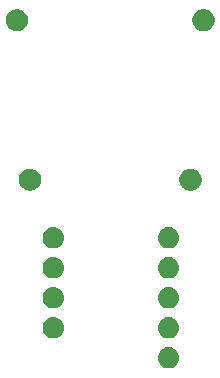
<source format=gbs>
G04 #@! TF.GenerationSoftware,KiCad,Pcbnew,(5.1.0)-1*
G04 #@! TF.CreationDate,2019-04-03T20:48:48-04:00*
G04 #@! TF.ProjectId,thermocouple_daughter,74686572-6d6f-4636-9f75-706c655f6461,rev?*
G04 #@! TF.SameCoordinates,Original*
G04 #@! TF.FileFunction,Soldermask,Bot*
G04 #@! TF.FilePolarity,Negative*
%FSLAX46Y46*%
G04 Gerber Fmt 4.6, Leading zero omitted, Abs format (unit mm)*
G04 Created by KiCad (PCBNEW (5.1.0)-1) date 2019-04-03 20:48:48*
%MOMM*%
%LPD*%
G04 APERTURE LIST*
%ADD10C,0.100000*%
G04 APERTURE END LIST*
D10*
G36*
X162778442Y-101213518D02*
G01*
X162844627Y-101220037D01*
X163014466Y-101271557D01*
X163170991Y-101355222D01*
X163206729Y-101384552D01*
X163308186Y-101467814D01*
X163391448Y-101569271D01*
X163420778Y-101605009D01*
X163504443Y-101761534D01*
X163555963Y-101931373D01*
X163573359Y-102108000D01*
X163555963Y-102284627D01*
X163504443Y-102454466D01*
X163420778Y-102610991D01*
X163391448Y-102646729D01*
X163308186Y-102748186D01*
X163206729Y-102831448D01*
X163170991Y-102860778D01*
X163014466Y-102944443D01*
X162844627Y-102995963D01*
X162778443Y-103002481D01*
X162712260Y-103009000D01*
X162623740Y-103009000D01*
X162557558Y-103002482D01*
X162491373Y-102995963D01*
X162321534Y-102944443D01*
X162165009Y-102860778D01*
X162129271Y-102831448D01*
X162027814Y-102748186D01*
X161944552Y-102646729D01*
X161915222Y-102610991D01*
X161831557Y-102454466D01*
X161780037Y-102284627D01*
X161762641Y-102108000D01*
X161780037Y-101931373D01*
X161831557Y-101761534D01*
X161915222Y-101605009D01*
X161944552Y-101569271D01*
X162027814Y-101467814D01*
X162129271Y-101384552D01*
X162165009Y-101355222D01*
X162321534Y-101271557D01*
X162491373Y-101220037D01*
X162557557Y-101213519D01*
X162623740Y-101207000D01*
X162712260Y-101207000D01*
X162778442Y-101213518D01*
X162778442Y-101213518D01*
G37*
G36*
X162778442Y-98673518D02*
G01*
X162844627Y-98680037D01*
X163014466Y-98731557D01*
X163170991Y-98815222D01*
X163206729Y-98844552D01*
X163308186Y-98927814D01*
X163391448Y-99029271D01*
X163420778Y-99065009D01*
X163504443Y-99221534D01*
X163555963Y-99391373D01*
X163573359Y-99568000D01*
X163555963Y-99744627D01*
X163504443Y-99914466D01*
X163420778Y-100070991D01*
X163391448Y-100106729D01*
X163308186Y-100208186D01*
X163206729Y-100291448D01*
X163170991Y-100320778D01*
X163014466Y-100404443D01*
X162844627Y-100455963D01*
X162778442Y-100462482D01*
X162712260Y-100469000D01*
X162623740Y-100469000D01*
X162557557Y-100462481D01*
X162491373Y-100455963D01*
X162321534Y-100404443D01*
X162165009Y-100320778D01*
X162129271Y-100291448D01*
X162027814Y-100208186D01*
X161944552Y-100106729D01*
X161915222Y-100070991D01*
X161831557Y-99914466D01*
X161780037Y-99744627D01*
X161762641Y-99568000D01*
X161780037Y-99391373D01*
X161831557Y-99221534D01*
X161915222Y-99065009D01*
X161944552Y-99029271D01*
X162027814Y-98927814D01*
X162129271Y-98844552D01*
X162165009Y-98815222D01*
X162321534Y-98731557D01*
X162491373Y-98680037D01*
X162557558Y-98673518D01*
X162623740Y-98667000D01*
X162712260Y-98667000D01*
X162778442Y-98673518D01*
X162778442Y-98673518D01*
G37*
G36*
X153018442Y-98673518D02*
G01*
X153084627Y-98680037D01*
X153254466Y-98731557D01*
X153410991Y-98815222D01*
X153446729Y-98844552D01*
X153548186Y-98927814D01*
X153631448Y-99029271D01*
X153660778Y-99065009D01*
X153744443Y-99221534D01*
X153795963Y-99391373D01*
X153813359Y-99568000D01*
X153795963Y-99744627D01*
X153744443Y-99914466D01*
X153660778Y-100070991D01*
X153631448Y-100106729D01*
X153548186Y-100208186D01*
X153446729Y-100291448D01*
X153410991Y-100320778D01*
X153254466Y-100404443D01*
X153084627Y-100455963D01*
X153018442Y-100462482D01*
X152952260Y-100469000D01*
X152863740Y-100469000D01*
X152797557Y-100462481D01*
X152731373Y-100455963D01*
X152561534Y-100404443D01*
X152405009Y-100320778D01*
X152369271Y-100291448D01*
X152267814Y-100208186D01*
X152184552Y-100106729D01*
X152155222Y-100070991D01*
X152071557Y-99914466D01*
X152020037Y-99744627D01*
X152002641Y-99568000D01*
X152020037Y-99391373D01*
X152071557Y-99221534D01*
X152155222Y-99065009D01*
X152184552Y-99029271D01*
X152267814Y-98927814D01*
X152369271Y-98844552D01*
X152405009Y-98815222D01*
X152561534Y-98731557D01*
X152731373Y-98680037D01*
X152797558Y-98673518D01*
X152863740Y-98667000D01*
X152952260Y-98667000D01*
X153018442Y-98673518D01*
X153018442Y-98673518D01*
G37*
G36*
X162778443Y-96133519D02*
G01*
X162844627Y-96140037D01*
X163014466Y-96191557D01*
X163170991Y-96275222D01*
X163206729Y-96304552D01*
X163308186Y-96387814D01*
X163391448Y-96489271D01*
X163420778Y-96525009D01*
X163504443Y-96681534D01*
X163555963Y-96851373D01*
X163573359Y-97028000D01*
X163555963Y-97204627D01*
X163504443Y-97374466D01*
X163420778Y-97530991D01*
X163391448Y-97566729D01*
X163308186Y-97668186D01*
X163206729Y-97751448D01*
X163170991Y-97780778D01*
X163014466Y-97864443D01*
X162844627Y-97915963D01*
X162778442Y-97922482D01*
X162712260Y-97929000D01*
X162623740Y-97929000D01*
X162557558Y-97922482D01*
X162491373Y-97915963D01*
X162321534Y-97864443D01*
X162165009Y-97780778D01*
X162129271Y-97751448D01*
X162027814Y-97668186D01*
X161944552Y-97566729D01*
X161915222Y-97530991D01*
X161831557Y-97374466D01*
X161780037Y-97204627D01*
X161762641Y-97028000D01*
X161780037Y-96851373D01*
X161831557Y-96681534D01*
X161915222Y-96525009D01*
X161944552Y-96489271D01*
X162027814Y-96387814D01*
X162129271Y-96304552D01*
X162165009Y-96275222D01*
X162321534Y-96191557D01*
X162491373Y-96140037D01*
X162557557Y-96133519D01*
X162623740Y-96127000D01*
X162712260Y-96127000D01*
X162778443Y-96133519D01*
X162778443Y-96133519D01*
G37*
G36*
X153018443Y-96133519D02*
G01*
X153084627Y-96140037D01*
X153254466Y-96191557D01*
X153410991Y-96275222D01*
X153446729Y-96304552D01*
X153548186Y-96387814D01*
X153631448Y-96489271D01*
X153660778Y-96525009D01*
X153744443Y-96681534D01*
X153795963Y-96851373D01*
X153813359Y-97028000D01*
X153795963Y-97204627D01*
X153744443Y-97374466D01*
X153660778Y-97530991D01*
X153631448Y-97566729D01*
X153548186Y-97668186D01*
X153446729Y-97751448D01*
X153410991Y-97780778D01*
X153254466Y-97864443D01*
X153084627Y-97915963D01*
X153018442Y-97922482D01*
X152952260Y-97929000D01*
X152863740Y-97929000D01*
X152797558Y-97922482D01*
X152731373Y-97915963D01*
X152561534Y-97864443D01*
X152405009Y-97780778D01*
X152369271Y-97751448D01*
X152267814Y-97668186D01*
X152184552Y-97566729D01*
X152155222Y-97530991D01*
X152071557Y-97374466D01*
X152020037Y-97204627D01*
X152002641Y-97028000D01*
X152020037Y-96851373D01*
X152071557Y-96681534D01*
X152155222Y-96525009D01*
X152184552Y-96489271D01*
X152267814Y-96387814D01*
X152369271Y-96304552D01*
X152405009Y-96275222D01*
X152561534Y-96191557D01*
X152731373Y-96140037D01*
X152797557Y-96133519D01*
X152863740Y-96127000D01*
X152952260Y-96127000D01*
X153018443Y-96133519D01*
X153018443Y-96133519D01*
G37*
G36*
X153018442Y-93593518D02*
G01*
X153084627Y-93600037D01*
X153254466Y-93651557D01*
X153410991Y-93735222D01*
X153446729Y-93764552D01*
X153548186Y-93847814D01*
X153631448Y-93949271D01*
X153660778Y-93985009D01*
X153744443Y-94141534D01*
X153795963Y-94311373D01*
X153813359Y-94488000D01*
X153795963Y-94664627D01*
X153744443Y-94834466D01*
X153660778Y-94990991D01*
X153631448Y-95026729D01*
X153548186Y-95128186D01*
X153446729Y-95211448D01*
X153410991Y-95240778D01*
X153254466Y-95324443D01*
X153084627Y-95375963D01*
X153018443Y-95382481D01*
X152952260Y-95389000D01*
X152863740Y-95389000D01*
X152797557Y-95382481D01*
X152731373Y-95375963D01*
X152561534Y-95324443D01*
X152405009Y-95240778D01*
X152369271Y-95211448D01*
X152267814Y-95128186D01*
X152184552Y-95026729D01*
X152155222Y-94990991D01*
X152071557Y-94834466D01*
X152020037Y-94664627D01*
X152002641Y-94488000D01*
X152020037Y-94311373D01*
X152071557Y-94141534D01*
X152155222Y-93985009D01*
X152184552Y-93949271D01*
X152267814Y-93847814D01*
X152369271Y-93764552D01*
X152405009Y-93735222D01*
X152561534Y-93651557D01*
X152731373Y-93600037D01*
X152797557Y-93593519D01*
X152863740Y-93587000D01*
X152952260Y-93587000D01*
X153018442Y-93593518D01*
X153018442Y-93593518D01*
G37*
G36*
X162778442Y-93593518D02*
G01*
X162844627Y-93600037D01*
X163014466Y-93651557D01*
X163170991Y-93735222D01*
X163206729Y-93764552D01*
X163308186Y-93847814D01*
X163391448Y-93949271D01*
X163420778Y-93985009D01*
X163504443Y-94141534D01*
X163555963Y-94311373D01*
X163573359Y-94488000D01*
X163555963Y-94664627D01*
X163504443Y-94834466D01*
X163420778Y-94990991D01*
X163391448Y-95026729D01*
X163308186Y-95128186D01*
X163206729Y-95211448D01*
X163170991Y-95240778D01*
X163014466Y-95324443D01*
X162844627Y-95375963D01*
X162778443Y-95382481D01*
X162712260Y-95389000D01*
X162623740Y-95389000D01*
X162557557Y-95382481D01*
X162491373Y-95375963D01*
X162321534Y-95324443D01*
X162165009Y-95240778D01*
X162129271Y-95211448D01*
X162027814Y-95128186D01*
X161944552Y-95026729D01*
X161915222Y-94990991D01*
X161831557Y-94834466D01*
X161780037Y-94664627D01*
X161762641Y-94488000D01*
X161780037Y-94311373D01*
X161831557Y-94141534D01*
X161915222Y-93985009D01*
X161944552Y-93949271D01*
X162027814Y-93847814D01*
X162129271Y-93764552D01*
X162165009Y-93735222D01*
X162321534Y-93651557D01*
X162491373Y-93600037D01*
X162557557Y-93593519D01*
X162623740Y-93587000D01*
X162712260Y-93587000D01*
X162778442Y-93593518D01*
X162778442Y-93593518D01*
G37*
G36*
X153018442Y-91053518D02*
G01*
X153084627Y-91060037D01*
X153254466Y-91111557D01*
X153410991Y-91195222D01*
X153446729Y-91224552D01*
X153548186Y-91307814D01*
X153631448Y-91409271D01*
X153660778Y-91445009D01*
X153744443Y-91601534D01*
X153795963Y-91771373D01*
X153813359Y-91948000D01*
X153795963Y-92124627D01*
X153744443Y-92294466D01*
X153660778Y-92450991D01*
X153631448Y-92486729D01*
X153548186Y-92588186D01*
X153446729Y-92671448D01*
X153410991Y-92700778D01*
X153254466Y-92784443D01*
X153084627Y-92835963D01*
X153018442Y-92842482D01*
X152952260Y-92849000D01*
X152863740Y-92849000D01*
X152797558Y-92842482D01*
X152731373Y-92835963D01*
X152561534Y-92784443D01*
X152405009Y-92700778D01*
X152369271Y-92671448D01*
X152267814Y-92588186D01*
X152184552Y-92486729D01*
X152155222Y-92450991D01*
X152071557Y-92294466D01*
X152020037Y-92124627D01*
X152002641Y-91948000D01*
X152020037Y-91771373D01*
X152071557Y-91601534D01*
X152155222Y-91445009D01*
X152184552Y-91409271D01*
X152267814Y-91307814D01*
X152369271Y-91224552D01*
X152405009Y-91195222D01*
X152561534Y-91111557D01*
X152731373Y-91060037D01*
X152797558Y-91053518D01*
X152863740Y-91047000D01*
X152952260Y-91047000D01*
X153018442Y-91053518D01*
X153018442Y-91053518D01*
G37*
G36*
X162778442Y-91053518D02*
G01*
X162844627Y-91060037D01*
X163014466Y-91111557D01*
X163170991Y-91195222D01*
X163206729Y-91224552D01*
X163308186Y-91307814D01*
X163391448Y-91409271D01*
X163420778Y-91445009D01*
X163504443Y-91601534D01*
X163555963Y-91771373D01*
X163573359Y-91948000D01*
X163555963Y-92124627D01*
X163504443Y-92294466D01*
X163420778Y-92450991D01*
X163391448Y-92486729D01*
X163308186Y-92588186D01*
X163206729Y-92671448D01*
X163170991Y-92700778D01*
X163014466Y-92784443D01*
X162844627Y-92835963D01*
X162778442Y-92842482D01*
X162712260Y-92849000D01*
X162623740Y-92849000D01*
X162557558Y-92842482D01*
X162491373Y-92835963D01*
X162321534Y-92784443D01*
X162165009Y-92700778D01*
X162129271Y-92671448D01*
X162027814Y-92588186D01*
X161944552Y-92486729D01*
X161915222Y-92450991D01*
X161831557Y-92294466D01*
X161780037Y-92124627D01*
X161762641Y-91948000D01*
X161780037Y-91771373D01*
X161831557Y-91601534D01*
X161915222Y-91445009D01*
X161944552Y-91409271D01*
X162027814Y-91307814D01*
X162129271Y-91224552D01*
X162165009Y-91195222D01*
X162321534Y-91111557D01*
X162491373Y-91060037D01*
X162557558Y-91053518D01*
X162623740Y-91047000D01*
X162712260Y-91047000D01*
X162778442Y-91053518D01*
X162778442Y-91053518D01*
G37*
G36*
X151207020Y-86132969D02*
G01*
X151306804Y-86174301D01*
X151377362Y-86203527D01*
X151530665Y-86305961D01*
X151661039Y-86436335D01*
X151763473Y-86589638D01*
X151763473Y-86589639D01*
X151834031Y-86759980D01*
X151870000Y-86940811D01*
X151870000Y-87125189D01*
X151834031Y-87306020D01*
X151792699Y-87405804D01*
X151763473Y-87476362D01*
X151661039Y-87629665D01*
X151530665Y-87760039D01*
X151377362Y-87862473D01*
X151306804Y-87891699D01*
X151207020Y-87933031D01*
X151026189Y-87969000D01*
X150841811Y-87969000D01*
X150660980Y-87933031D01*
X150561196Y-87891699D01*
X150490638Y-87862473D01*
X150337335Y-87760039D01*
X150206961Y-87629665D01*
X150104527Y-87476362D01*
X150075301Y-87405804D01*
X150033969Y-87306020D01*
X149998000Y-87125189D01*
X149998000Y-86940811D01*
X150033969Y-86759980D01*
X150104527Y-86589639D01*
X150104527Y-86589638D01*
X150206961Y-86436335D01*
X150337335Y-86305961D01*
X150490638Y-86203527D01*
X150561196Y-86174301D01*
X150660980Y-86132969D01*
X150841811Y-86097000D01*
X151026189Y-86097000D01*
X151207020Y-86132969D01*
X151207020Y-86132969D01*
G37*
G36*
X164807020Y-86132969D02*
G01*
X164906804Y-86174301D01*
X164977362Y-86203527D01*
X165130665Y-86305961D01*
X165261039Y-86436335D01*
X165363473Y-86589638D01*
X165363473Y-86589639D01*
X165434031Y-86759980D01*
X165470000Y-86940811D01*
X165470000Y-87125189D01*
X165434031Y-87306020D01*
X165392699Y-87405804D01*
X165363473Y-87476362D01*
X165261039Y-87629665D01*
X165130665Y-87760039D01*
X164977362Y-87862473D01*
X164906804Y-87891699D01*
X164807020Y-87933031D01*
X164626189Y-87969000D01*
X164441811Y-87969000D01*
X164260980Y-87933031D01*
X164161196Y-87891699D01*
X164090638Y-87862473D01*
X163937335Y-87760039D01*
X163806961Y-87629665D01*
X163704527Y-87476362D01*
X163675301Y-87405804D01*
X163633969Y-87306020D01*
X163598000Y-87125189D01*
X163598000Y-86940811D01*
X163633969Y-86759980D01*
X163704527Y-86589639D01*
X163704527Y-86589638D01*
X163806961Y-86436335D01*
X163937335Y-86305961D01*
X164090638Y-86203527D01*
X164161196Y-86174301D01*
X164260980Y-86132969D01*
X164441811Y-86097000D01*
X164626189Y-86097000D01*
X164807020Y-86132969D01*
X164807020Y-86132969D01*
G37*
G36*
X150107020Y-72632969D02*
G01*
X150206804Y-72674301D01*
X150277362Y-72703527D01*
X150430665Y-72805961D01*
X150561039Y-72936335D01*
X150663473Y-73089638D01*
X150663473Y-73089639D01*
X150734031Y-73259980D01*
X150770000Y-73440811D01*
X150770000Y-73625189D01*
X150734031Y-73806020D01*
X150692699Y-73905804D01*
X150663473Y-73976362D01*
X150561039Y-74129665D01*
X150430665Y-74260039D01*
X150277362Y-74362473D01*
X150206804Y-74391699D01*
X150107020Y-74433031D01*
X149926189Y-74469000D01*
X149741811Y-74469000D01*
X149560980Y-74433031D01*
X149461196Y-74391699D01*
X149390638Y-74362473D01*
X149237335Y-74260039D01*
X149106961Y-74129665D01*
X149004527Y-73976362D01*
X148975301Y-73905804D01*
X148933969Y-73806020D01*
X148898000Y-73625189D01*
X148898000Y-73440811D01*
X148933969Y-73259980D01*
X149004527Y-73089639D01*
X149004527Y-73089638D01*
X149106961Y-72936335D01*
X149237335Y-72805961D01*
X149390638Y-72703527D01*
X149461196Y-72674301D01*
X149560980Y-72632969D01*
X149741811Y-72597000D01*
X149926189Y-72597000D01*
X150107020Y-72632969D01*
X150107020Y-72632969D01*
G37*
G36*
X165907020Y-72632969D02*
G01*
X166006804Y-72674301D01*
X166077362Y-72703527D01*
X166230665Y-72805961D01*
X166361039Y-72936335D01*
X166463473Y-73089638D01*
X166463473Y-73089639D01*
X166534031Y-73259980D01*
X166570000Y-73440811D01*
X166570000Y-73625189D01*
X166534031Y-73806020D01*
X166492699Y-73905804D01*
X166463473Y-73976362D01*
X166361039Y-74129665D01*
X166230665Y-74260039D01*
X166077362Y-74362473D01*
X166006804Y-74391699D01*
X165907020Y-74433031D01*
X165726189Y-74469000D01*
X165541811Y-74469000D01*
X165360980Y-74433031D01*
X165261196Y-74391699D01*
X165190638Y-74362473D01*
X165037335Y-74260039D01*
X164906961Y-74129665D01*
X164804527Y-73976362D01*
X164775301Y-73905804D01*
X164733969Y-73806020D01*
X164698000Y-73625189D01*
X164698000Y-73440811D01*
X164733969Y-73259980D01*
X164804527Y-73089639D01*
X164804527Y-73089638D01*
X164906961Y-72936335D01*
X165037335Y-72805961D01*
X165190638Y-72703527D01*
X165261196Y-72674301D01*
X165360980Y-72632969D01*
X165541811Y-72597000D01*
X165726189Y-72597000D01*
X165907020Y-72632969D01*
X165907020Y-72632969D01*
G37*
M02*

</source>
